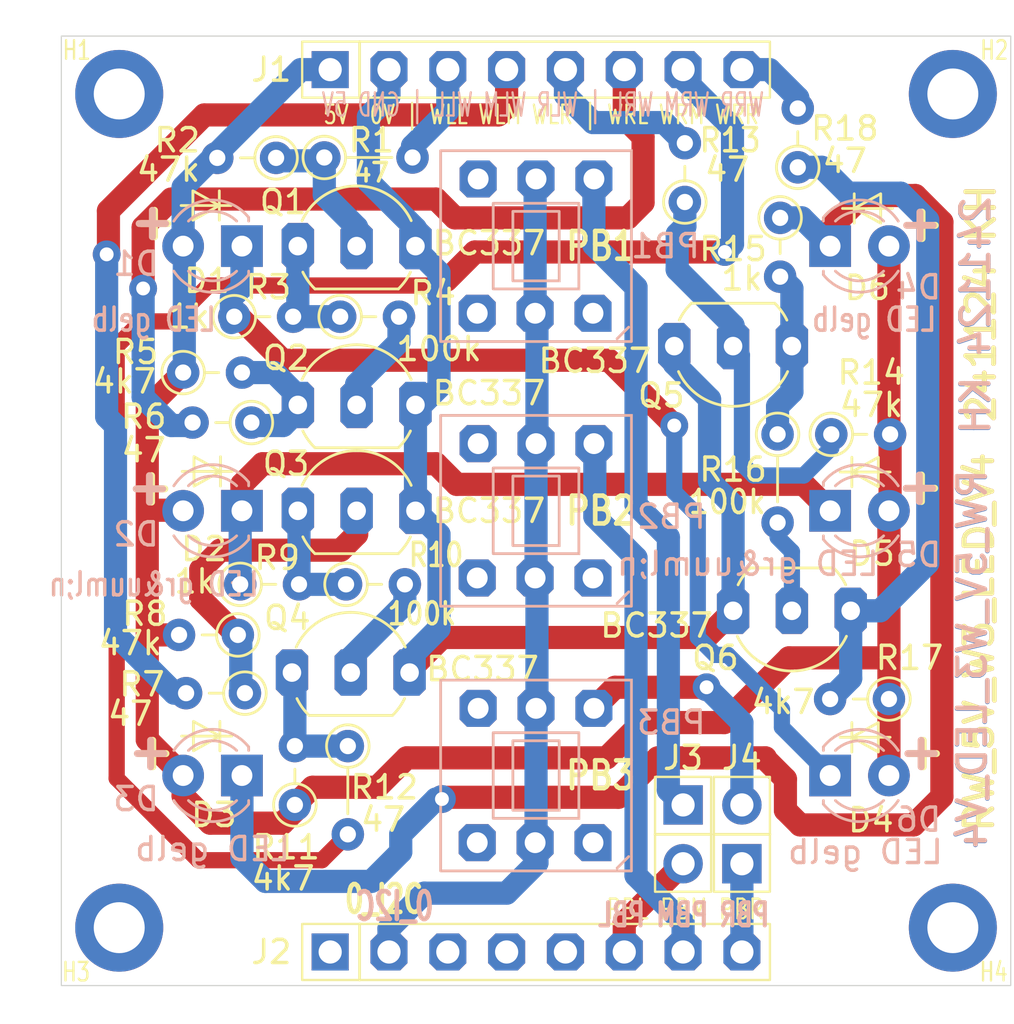
<source format=kicad_pcb>
(kicad_pcb (version 20240108) (generator "pcbnew") (generator_version "8.0")
  (layers (0 "F.Cu" signal) (31 "B.Cu" signal) (34 "B.Paste" user) (35 "F.Paste" user) (36 "B.SilkS" user "B.Silkscreen") (37 "F.SilkS" user "F.Silkscreen") (38 "B.Mask" user) (39 "F.Mask" user) (44 "Edge.Cuts" user))
  (net 0 "")
  (net 1 "Net-(D1-K)")
  (net 2 "/+5V")
  (net 3 "Net-(D2-K)")
  (net 4 "Net-(D3-K)")
  (net 5 "/WLL")
  (net 6 "/WRMi")
  (net 7 "/WLR")
  (net 8 "/WLM")
  (net 9 "/0V")
  (net 10 "/WRRi")
  (net 11 "/WRLi")
  (net 14 "/PBM")
  (net 17 "/0_I2C")
  (net 18 "/PBR")
  (net 19 "/PBL")
  (net 20 "/SW1")
  (net 21 "/SW3")
  (net 22 "Net-(Q1-B)")
  (net 23 "Net-(Q1-C)")
  (net 24 "Net-(Q2-B)")
  (net 25 "Net-(Q2-C)")
  (net 26 "Net-(Q3-C)")
  (net 27 "Net-(Q3-B)")
  (net 28 "Net-(Q4-C)")
  (net 29 "Net-(Q4-B)")
  (net 30 "Net-(Q5-C)")
  (net 31 "Net-(Q5-B)")
  (net 32 "Net-(Q6-B)")
  (net 33 "Net-(Q6-C)")
  (footprint "_kh_library:MountingHole_2.2mm_M2_Pad_TopBottom_kh" (layer "F.Cu") (at 34.07 26.45)
    (property "Reference" "H1")
    (property "Value" "MountingHole" (hide yes))
  )
  (footprint "Resistor_THT:R_Axial_DIN0204_L3.6mm_D1.6mm_P2.54mm_Vertical" (layer "F.Cu") (at 36.83 38.481)
    (property "Reference" "R5")
    (property "Value" "4k7")
  )
  (footprint "_kh_library:R_Axial_DIN0204_L3.6mm_D1.6mm_P2.54mm_Vertical_kh" (layer "F.Cu") (at 43.865 47.625)
    (property "Reference" "R10")
    (property "Value" "100k")
  )
  (footprint "_kh_library:MountingHole_2.2mm_M2_Pad_TopBottom_kh" (layer "F.Cu") (at 34.07 62.45)
    (property "Reference" "H3")
    (property "Value" "MountingHole")
  )
  (footprint "_kh_library:R_Axial_DIN0204_L3.6mm_D1.6mm_P3.81mm_Vertical_kh" (layer "F.Cu") (at 62.501 41.148 -90)
    (property "Reference" "R16")
    (property "Value" "100k")
  )
  (footprint "Resistor_THT:R_Axial_DIN0204_L3.6mm_D1.6mm_P2.54mm_Vertical" (layer "F.Cu") (at 62.611 31.8 -90)
    (property "Reference" "R15")
    (property "Value" "1k")
  )
  (footprint "_kh_library:PinSocket_1x02_P2.54mm_Vertical_kh" (layer "F.Cu") (at 60.96 59.69 180)
    (property "Reference" "J4")
    (property "Value" "Jumper_2")
  )
  (footprint "_kh_library:R_Axial_DIN0204_L3.6mm_D1.6mm_P3.81mm_Vertical_kh" (layer "F.Cu") (at 43.942 54.61 -90)
    (property "Reference" "R12")
    (property "Value" "47")
  )
  (footprint "Resistor_THT:R_Axial_DIN0204_L3.6mm_D1.6mm_P2.54mm_Vertical" (layer "F.Cu") (at 43.611 36.068)
    (property "Reference" "R4")
    (property "Value" "100k")
  )
  (footprint "Resistor_THT:R_Axial_DIN0204_L3.6mm_D1.6mm_P2.54mm_Vertical" (layer "F.Cu") (at 39.039 36.068)
    (property "Reference" "R3")
    (property "Value" "1k")
  )
  (footprint "_kh_library:TO-92_Inline_Wide_custom" (layer "F.Cu") (at 41.783 39.878)
    (property "Reference" "Q2")
    (property "Value" "BC337")
  )
  (footprint "_kh_library:PinSocket_1x02_P2.54mm_Vertical_kh" (layer "F.Cu") (at 58.42 57.15)
    (property "Reference" "J3")
    (property "Value" "Jumper_2")
  )
  (footprint "Resistor_THT:R_Axial_DIN0204_L3.6mm_D1.6mm_P2.54mm_Vertical" (layer "F.Cu") (at 41.656 57.15 90)
    (property "Reference" "R11")
    (property "Value" "4k7")
  )
  (footprint "Resistor_THT:R_Axial_DIN0204_L3.6mm_D1.6mm_P2.54mm_Vertical" (layer "F.Cu") (at 40.844 29.21 180)
    (property "Reference" "R2")
    (property "Value" "47k")
  )
  (footprint "_kh_library:MountingHole_2.2mm_M2_Pad_TopBottom_kh" (layer "F.Cu") (at 70.07 62.45)
    (property "Reference" "H4")
    (property "Value" "MountingHole")
  )
  (footprint "Resistor_THT:R_Axial_DIN0204_L3.6mm_D1.6mm_P2.54mm_Vertical" (layer "F.Cu") (at 63.373 29.6172 90)
    (property "Reference" "R18")
    (property "Value" "47")
  )
  (footprint "Resistor_THT:R_Axial_DIN0204_L3.6mm_D1.6mm_P2.54mm_Vertical" (layer "F.Cu") (at 39.293 47.625)
    (property "Reference" "R9")
    (property "Value" "1k")
  )
  (footprint "_kh_library:TO-92_Inline_Wide_custom" (layer "F.Cu") (at 63.119 37.338 180)
    (property "Reference" "Q5")
    (property "Value" "BC337")
  )
  (footprint "Resistor_THT:R_Axial_DIN0204_L3.6mm_D1.6mm_P2.54mm_Vertical" (layer "F.Cu") (at 58.4962 31.1158 90)
    (property "Reference" "R13")
    (property "Value" "47")
  )
  (footprint "Resistor_THT:R_Axial_DIN0204_L3.6mm_D1.6mm_P2.54mm_Vertical" (layer "F.Cu") (at 39.193 49.8094 180)
    (property "Reference" "R8")
    (property "Value" "47k")
  )
  (footprint "_kh_library:TO-92_Inline_Wide_custom" (layer "F.Cu") (at 65.659 48.768 180)
    (property "Reference" "Q6")
    (property "Value" "BC337")
  )
  (footprint "Resistor_THT:R_Axial_DIN0204_L3.6mm_D1.6mm_P2.54mm_Vertical" (layer "F.Cu") (at 39.7772 40.64 180)
    (property "Reference" "R6")
    (property "Value" "47")
  )
  (footprint "_kh_library:PinSocket_1x08_P2.54mm_Vertical_11mm_kh" (layer "F.Cu") (at 43.18 25.4 90)
    (property "Reference" "J1")
    (property "Value" "Conn_01x08_Pin")
  )
  (footprint "_kh_library:R_Axial_DIN0204_L3.6mm_D1.6mm_P3.81mm_Vertical_kh" (layer "F.Cu") (at 42.926 29.193)
    (property "Reference" "R1")
    (property "Value" "47")
  )
  (footprint "_kh_library:TO-92_Inline_Wide_custom" (layer "F.Cu") (at 41.529 51.435)
    (property "Reference" "Q4")
    (property "Value" "BC337")
  )
  (footprint "_kh_library:TO-92_Inline_Wide_custom" (layer "F.Cu") (at 41.783 33.02)
    (property "Reference" "Q1")
    (property "Value" "BC337")
  )
  (footprint "_kh_library:R_Axial_DIN0204_L3.6mm_D1.6mm_P2.54mm_Vertical_kh" (layer "F.Cu") (at 39.4978 52.324 180)
    (property "Reference" "R7")
    (property "Value" "47")
  )
  (footprint "_kh_library:MountingHole_2.2mm_M2_Pad_TopBottom_kh" (layer "F.Cu") (at 70.07 26.45)
    (property "Reference" "H2")
    (property "Value" "MountingHole")
  )
  (footprint "_kh_library:PinSocket_1x08_P2.54mm_Vertical_11mm_kh" (layer "F.Cu") (at 43.18 63.5 90)
    (property "Reference" "J2")
    (property "Value" "Conn_01x08_Pin")
  )
  (footprint "_kh_library:TO-92_Inline_Wide_custom" (layer "F.Cu") (at 41.783 44.45)
    (property "Reference" "Q3")
    (property "Value" "BC337")
  )
  (footprint "Resistor_THT:R_Axial_DIN0204_L3.6mm_D1.6mm_P2.54mm_Vertical" (layer "F.Cu") (at 64.82 41.148)
    (property "Reference" "R14")
    (property "Value" "47k")
  )
  (footprint "Resistor_THT:R_Axial_DIN0204_L3.6mm_D1.6mm_P2.54mm_Vertical" (layer "F.Cu") (at 67.31 52.578 180)
    (property "Reference" "R17")
    (property "Value" "4k7")
  )
  (footprint "LED_THT:LED_D3.0mm" (layer "B.Cu") (at 39.37 33.02 180)
    (property "Reference" "D1")
    (property "Value" "LED gelb")
  )
  (footprint "_kh_library:SW_Push_DPDT_8x8" (layer "B.Cu") (at 54.57 47.35 180)
    (property "Reference" "PB2")
    (property "Value" "SW_Push_DPDT_8x8")
  )
  (footprint "_kh_library:SW_Push_DPDT_8x8" (layer "B.Cu") (at 54.57 58.78 180)
    (property "Reference" "PB3")
    (property "Value" "SW_Push_DPDT_8x8")
  )
  (footprint "LED_THT:LED_D3.0mm" (layer "B.Cu") (at 39.37 44.45 180)
    (property "Reference" "D2")
    (property "Value" "LED gr&uuml;n")
  )
  (footprint "LED_THT:LED_D3.0mm" (layer "B.Cu") (at 64.77 33.02)
    (property "Reference" "D4")
    (property "Value" "LED gelb")
  )
  (footprint "_kh_library:SW_Push_DPDT_8x8" (layer "B.Cu") (at 54.57 35.92 180)
    (property "Reference" "PB1")
    (property "Value" "SW_Push_DPDT_8x8")
  )
  (footprint "LED_THT:LED_D3.0mm" (layer "B.Cu") (at 64.77 55.88)
    (property "Reference" "D6")
    (property "Value" "LED gelb")
  )
  (footprint "LED_THT:LED_D3.0mm" (layer "B.Cu") (at 39.37 55.88 180)
    (property "Reference" "D3")
    (property "Value" "LED gelb")
  )
  (footprint "LED_THT:LED_D3.0mm" (layer "B.Cu") (at 64.77 44.45)
    (property "Reference" "D5")
    (property "Value" "LED gr&uuml;n")
  )
  (gr_poly (pts (xy 65.7098 54.229) (xy 66.8528 54.864) (xy 66.8528 53.594)) (stroke (width 0.12)) (fill none) (layer "F.SilkS"))
  (gr_line (start 36.7919 42.7482) (end 38.9509 42.7482) (stroke (width 0.12)) (layer "F.SilkS"))
  (gr_line (start 65.8114 32.0294) (end 65.8114 30.7594) (stroke (width 0.12)) (layer "F.SilkS"))
  (gr_line (start 38.4429 42.1132) (end 38.4429 43.3832) (stroke (width 0.12)) (layer "F.SilkS"))
  (gr_line (start 36.7665 54.1782) (end 38.9255 54.1782) (stroke (width 0.12)) (layer "F.SilkS"))
  (gr_line (start 67.3608 54.229) (end 65.2018 54.229) (stroke (width 0.12)) (layer "F.SilkS"))
  (gr_poly (pts (xy 38.4175 54.1782) (xy 37.2745 53.5432) (xy 37.2745 54.8132)) (stroke (width 0.12)) (fill none) (layer "F.SilkS"))
  (gr_line (start 38.4175 53.5432) (end 38.4175 54.8132) (stroke (width 0.12)) (layer "F.SilkS"))
  (gr_line (start 65.7098 54.864) (end 65.7098 53.594) (stroke (width 0.12)) (layer "F.SilkS"))
  (gr_line (start 65.7098 43.4086) (end 65.7098 42.1386) (stroke (width 0.12)) (layer "F.SilkS"))
  (gr_line (start 67.3608 42.7736) (end 65.2018 42.7736) (stroke (width 0.12)) (layer "F.SilkS"))
  (gr_poly (pts (xy 65.8114 31.3944) (xy 66.9544 32.0294) (xy 66.9544 30.7594)) (stroke (width 0.12)) (fill none) (layer "F.SilkS"))
  (gr_poly (pts (xy 38.4429 42.7482) (xy 37.2999 42.1132) (xy 37.2999 43.3832)) (stroke (width 0.12)) (fill none) (layer "F.SilkS"))
  (gr_line (start 36.7411 31.2674) (end 38.9001 31.2674) (stroke (width 0.12)) (layer "F.SilkS"))
  (gr_line (start 38.3921 30.6324) (end 38.3921 31.9024) (stroke (width 0.12)) (layer "F.SilkS"))
  (gr_line (start 67.4624 31.3944) (end 65.3034 31.3944) (stroke (width 0.12)) (layer "F.SilkS"))
  (gr_poly (pts (xy 65.7098 42.7736) (xy 66.8528 43.4086) (xy 66.8528 42.1386)) (stroke (width 0.12)) (fill none) (layer "F.SilkS"))
  (gr_poly (pts (xy 38.3921 31.2674) (xy 37.2491 30.6324) (xy 37.2491 31.9024)) (stroke (width 0.12)) (fill none) (layer "F.SilkS"))
  (gr_rect (start 31.57 23.95) (end 72.57 64.95) (stroke (width 0.05)) (fill none) (layer "Edge.Cuts"))
  (gr_text "RW_5V_W3_LED_V4" (at 71.9074 58.42 90) (layer "F.Cu") (effects (font (size 1.2 1.2) (thickness 0.2) (bold yes)) (justify left bottom)))
  (gr_text "241124 KH" (at 71.9836 40.7416 90) (layer "F.Cu") (effects (font (size 1.2 1.2) (thickness 0.2) (bold yes)) (justify left bottom)))
  (gr_text "RW_5V_W3_LED_V4" (at 71.6026 42.5704 90) (layer "B.Cu") (effects (font (size 1.2 1.2) (thickness 0.2) (bold yes)) (justify left bottom mirror)))
  (gr_text "241124 KH" (at 71.755 30.7848 90) (layer "B.Cu") (effects (font (size 1.2 1.2) (thickness 0.2) (bold yes)) (justify left bottom mirror)))
  (gr_text "+" (at 69.7738 32.893 0) (layer "B.SilkS") (effects (font (size 1.5 1.5) (thickness 0.3) (bold yes)) (justify left bottom mirror)))
  (gr_text "LED gelb" (at 38.1 59.055 0) (layer "B.SilkS") (effects (font (size 1 1)) (justify mirror)))
  (gr_text "+" (at 36.4998 44.2722 0) (layer "B.SilkS") (effects (font (size 1.5 1.5) (thickness 0.3) (bold yes)) (justify left bottom mirror)))
  (gr_text "+" (at 69.7484 44.2468 0) (layer "B.SilkS") (effects (font (size 1.5 1.5) (thickness 0.3) (bold yes)) (justify left bottom mirror)))
  (gr_text "LED gr&uuml;n" (at 35.56 47.625 0) (layer "B.SilkS") (effects (font (size 1 0.8)) (justify mirror)))
  (gr_text "+" (at 36.6268 32.8168 0) (layer "B.SilkS") (effects (font (size 1.5 1.5) (thickness 0.3) (bold yes)) (justify left bottom mirror)))
  (gr_text "LED gelb" (at 66.294 59.182 0) (layer "B.SilkS") (effects (font (size 1 1)) (justify mirror)))
  (gr_text "LED gelb" (at 35.56 36.195 0) (layer "B.SilkS") (effects (font (size 1 0.8)) (justify mirror)))
  (gr_text "+" (at 36.5506 55.7022 0) (layer "B.SilkS") (effects (font (size 1.5 1.5) (thickness 0.3) (bold yes)) (justify left bottom mirror)))
  (gr_text "0_I2C" (at 47.752 62.23 0) (layer "B.SilkS") (effects (font (size 1.2 0.8) (thickness 0.2) (bold yes)) (justify left bottom mirror)))
  (gr_text "241124 KH" (at 71.755 30.7594 90) (layer "B.SilkS") (effects (font (size 1.2 1.2) (thickness 0.2) (bold yes)) (justify left bottom mirror)))
  (gr_text "LED gr&uuml;n" (at 61.214 46.736 0) (layer "B.SilkS") (effects (font (size 1 1)) (justify mirror)))
  (gr_text "PBR PBM PBL" (at 62.23 62.484 0) (layer "B.SilkS") (effects (font (size 1 0.7) (thickness 0.2) (bold yes)) (justify left bottom mirror)))
  (gr_text "+" (at 69.8246 55.7022 0) (layer "B.SilkS") (effects (font (size 1.5 1.5) (thickness 0.3) (bold yes)) (justify left bottom mirror)))
  (gr_text "LED gelb" (at 66.675 36.195 0) (layer "B.SilkS") (effects (font (size 1 0.8)) (justify mirror)))
  (gr_text "RW_5V_W3_LED_V4" (at 71.6026 42.545 90) (layer "B.SilkS") (effects (font (size 1.2 1.2) (thickness 0.2) (bold yes)) (justify left bottom mirror)))
  (gr_text "WRR WRM WRL | WLR WLM WLL | GND 5V" (at 61.976 27.5082 0) (layer "B.SilkS") (effects (font (size 1 0.6) (thickness 0.1)) (justify left bottom mirror)))
  (gr_text "4k7" (at 41.148 60.325 0) (layer "F.SilkS") (effects (font (size 1 1))))
  (gr_text "RW_5V_W3_LED_V4" (at 71.9074 58.42 90) (layer "F.SilkS") (effects (font (size 1.2 1.2) (thickness 0.2) (bold yes)) (justify left bottom)))
  (gr_text "+" (at 34.3916 55.7022 0) (layer "F.SilkS") (effects (font (size 1.5 1.5) (thickness 0.3) (bold yes)) (justify left bottom)))
  (gr_text "47" (at 60.325 29.718 0) (layer "F.SilkS") (effects (font (size 1 1))))
  (gr_text "BC337" (at 49.7586 51.2826 0) (layer "F.SilkS") (effects (font (size 1 1))))
  (gr_text "+" (at 67.6656 55.7022 0) (layer "F.SilkS") (effects (font (size 1.5 1.5) (thickness 0.3) (bold yes)) (justify left bottom)))
  (gr_text "1k" (at 37.338 47.498 0) (layer "F.SilkS") (effects (font (size 1 1))))
  (gr_text "D5" (at 65.5066 46.8884 0) (layer "F.SilkS") (effects (font (size 1 1)) (justify left bottom)))
  (gr_text "47" (at 34.544 53.213 0) (layer "F.SilkS") (effects (font (size 1 1))))
  (gr_text "1k" (at 37.084 36.068 0) (layer "F.SilkS") (effects (font (size 1 1))))
  (gr_text "100k" (at 60.325 44.069 0) (layer "F.SilkS") (effects (font (size 1 0.9))))
  (gr_text "+" (at 67.5894 44.2468 0) (layer "F.SilkS") (effects (font (size 1.5 1.5) (thickness 0.3) (bold yes)) (justify left bottom)))
  (gr_text "PB3" (at 54.864 55.88 0) (layer "F.SilkS") (effects (font (size 1.2 1) (thickness 0.2) (bold yes))))
  (gr_text "D4" (at 65.4558 58.3946 0) (layer "F.SilkS") (effects (font (size 1 1)) (justify left bottom)))
  (gr_text "D3" (at 37.084 58.166 0) (layer "F.SilkS") (effects (font (size 1 1)) (justify left bottom)))
  (gr_text "5V  0V | WLL WLM WLR | WRL WRM WRR" (at 42.8244 27.813 0) (layer "F.SilkS") (effects (font (size 0.8 0.6) (thickness 0.1)) (justify left bottom)))
  (gr_text "4k7" (at 62.738 52.705 0) (layer "F.SilkS") (effects (font (size 1 1))))
  (gr_text "BC337" (at 54.61 37.973 0) (layer "F.SilkS") (effects (font (size 1 1))))
  (gr_text "47k" (at 36.195 29.718 0) (layer "F.SilkS") (effects (font (size 1 1))))
  (gr_text "D2" (at 36.6522 46.6852 0) (layer "F.SilkS") (effects (font (size 1 1)) (justify left bottom)))
  (gr_text "1k" (at 60.96 34.417 0) (layer "F.SilkS") (effects (font (size 1 1))))
  (gr_text "47k" (at 66.548 39.878 0) (layer "F.SilkS") (effects (font (size 1 1))))
  (gr_text "4k7" (at 34.29 38.862 0) (layer "F.SilkS") (effects (font (size 1 1))))
  (gr_text "100k" (at 47.879 37.465 0) (layer "F.SilkS") (effects (font (size 1 1))))
  (gr_text "BC337" (at 50.038 32.893 0) (layer "F.SilkS") (effects (font (size 1 1))))
  (gr_text "47" (at 35.1282 41.8338 0) (layer "F.SilkS") (effects (font (size 1 1))))
  (gr_text "+" (at 67.6148 32.893 0) (layer "F.SilkS") (effects (font (size 1.5 1.5) (thickness 0.3) (bold yes)) (justify left bottom)))
  (gr_text "241124 KH" (at 71.9836 40.7416 90) (layer "F.SilkS") (effects (font (size 1.2 1.2) (thickness 0.2) (bold yes)) (justify left bottom)))
  (gr_text "0_I2C" (at 43.7134 61.9252 0) (layer "F.SilkS") (effects (font (size 1.2 0.8) (thickness 0.2) (bold yes)) (justify left bottom)))
  (gr_text "47" (at 65.405 29.337 0) (layer "F.SilkS") (effects (font (size 1 1))))
  (gr_text "PB1" (at 54.864 33.02 0) (layer "F.SilkS") (effects (font (size 1.2 1) (thickness 0.2) (bold yes))))
  (gr_text "BC337" (at 57.277 49.403 0) (layer "F.SilkS") (effects (font (size 1 1))))
  (gr_text "47" (at 45.466 57.785 0) (layer "F.SilkS") (effects (font (size 1 1))))
  (gr_text "D6" (at 65.3034 35.4076 0) (layer "F.SilkS") (effects (font (size 1 1)) (justify left bottom)))
  (gr_text "100k" (at 47.1424 48.895 0) (layer "F.SilkS") (effects (font (size 0.95 0.8))))
  (gr_text "PBL PBM PBR" (at 55.0418 62.1538 0) (layer "F.SilkS") (effects (font (size 0.85 0.65) (thickness 0.1)) (justify left bottom)))
  (gr_text "BC337" (at 50.038 39.37 0) (layer "F.SilkS") (effects (font (size 1 1))))
  (gr_text "BC337" (at 50.038 44.45 0) (layer "F.SilkS") (effects (font (size 1 1))))
  (gr_text "+" (at 34.3408 44.2722 0) (layer "F.SilkS") (effects (font (size 1.5 1.5) (thickness 0.3) (bold yes)) (justify left bottom)))
  (gr_text "D1" (at 36.7792 35.1028 0) (layer "F.SilkS") (effects (font (size 1 1)) (justify left bottom)))
  (gr_text "47k" (at 34.544 50.165 0) (layer "F.SilkS") (effects (font (size 1 1))))
  (gr_text "+" (at 34.4678 32.8168 0) (layer "F.SilkS") (effects (font (size 1.5 1.5) (thickness 0.3) (bold yes)) (justify left bottom)))
  (gr_text "47" (at 44.958 29.845 0) (layer "F.SilkS") (effects (font (size 0.8 0.8))))
  (gr_text "PB2" (at 54.864 44.45 0) (layer "F.SilkS") (effects (font (size 1.2 1) (thickness 0.2) (bold yes))))
  (segment (start 39.243 36.068) (end 41.1226 37.9476) (width 1) (layer "F.Cu") (net 1))
  (segment (start 41.1226 37.9476) (end 55.2196 37.9476) (width 1) (layer "F.Cu") (net 1))
  (segment (start 55.2196 37.9476) (end 58.039 40.767) (width 1) (layer "F.Cu") (net 1))
  (via (at 58.039 40.767) (size 1.2) (drill 0.6) (layers "F.Cu" "B.Cu") (net 1))
  (segment (start 39.37 34.798) (end 39.37 33.02) (width 1) (layer "B.Cu") (net 1))
  (segment (start 38.912 36.322) (end 38.912 35.256) (width 1) (layer "B.Cu") (net 1))
  (segment (start 58.039 40.767) (end 58.039 43.6372) (width 0.7) (layer "B.Cu") (net 1))
  (segment (start 62.6872 53.7972) (end 64.77 55.88) (width 0.7) (layer "B.Cu") (net 1))
  (segment (start 60.3504 50.673) (end 62.6872 53.0098) (width 0.7) (layer "B.Cu") (net 1))
  (segment (start 38.912 35.256) (end 39.37 34.798) (width 1) (layer "B.Cu") (net 1))
  (segment (start 62.6872 53.0098) (end 62.6872 53.7972) (width 0.7) (layer "B.Cu") (net 1))
  (segment (start 59.817 50.673) (end 60.3504 50.673) (width 0.7) (layer "B.Cu") (net 1))
  (segment (start 59.055 49.911) (end 59.817 50.673) (width 0.7) (layer "B.Cu") (net 1))
  (segment (start 59.055 44.6532) (end 59.055 49.911) (width 0.7) (layer "B.Cu") (net 1))
  (segment (start 58.039 43.6372) (end 59.055 44.6532) (width 0.7) (layer "B.Cu") (net 1))
  (segment (start 35.2806 44.4246) (end 35.2806 49.8094) (width 1) (layer "F.Cu") (net 2))
  (segment (start 67.31 50.8) (end 67.31 44.45) (width 1) (layer "F.Cu") (net 2))
  (segment (start 67.31 52.578) (end 67.31 50.8) (width 1) (layer "F.Cu") (net 2))
  (segment (start 45.212 56.388) (end 42.418 56.388) (width 1) (layer "F.Cu") (net 2))
  (segment (start 56.642 53.594) (end 55.118 55.118) (width 1) (layer "F.Cu") (net 2))
  (segment (start 62.992 50.8) (end 60.198 53.594) (width 1) (layer "F.Cu") (net 2))
  (segment (start 41.1226 57.9374) (end 37.9984 57.9374) (width 1) (layer "F.Cu") (net 2))
  (segment (start 46.482 55.118) (end 45.212 56.388) (width 1) (layer "F.Cu") (net 2))
  (segment (start 67.31 33.02) (end 67.31 41.098) (width 1) (layer "F.Cu") (net 2))
  (segment (start 37.9984 57.9374) (end 36.83 56.769) (width 1) (layer "F.Cu") (net 2))
  (segment (start 42.418 56.388) (end 41.656 57.15) (width 1) (layer "F.Cu") (net 2))
  (segment (start 35.2806 49.8094) (end 35.2806 54.3306) (width 1) (layer "F.Cu") (net 2))
  (segment (start 41.656 57.404) (end 41.1226 57.9374) (width 1) (layer "F.Cu") (net 2))
  (segment (start 55.118 55.118) (end 46.482 55.118) (width 1) (layer "F.Cu") (net 2))
  (segment (start 67.31 50.8) (end 62.992 50.8) (width 1) (layer "F.Cu") (net 2))
  (segment (start 36.8046 44.4246) (end 35.2806 44.4246) (width 1) (layer "F.Cu") (net 2))
  (segment (start 36.653 49.8094) (end 35.2806 49.8094) (width 1) (layer "F.Cu") (net 2))
  (segment (start 36.83 38.481) (end 35.2806 40.0304) (width 1) (layer "F.Cu") (net 2))
  (segment (start 35.2806 40.0304) (end 35.2806 44.4246) (width 1) (layer "F.Cu") (net 2))
  (segment (start 41.656 57.15) (end 41.656 57.404) (width 1) (layer "F.Cu") (net 2))
  (segment (start 67.36 41.148) (end 67.36 44.4) (width 1) (layer "F.Cu") (net 2))
  (segment (start 35.2806 54.3306) (end 36.83 55.88) (width 1) (layer "F.Cu") (net 2))
  (segment (start 60.198 53.594) (end 56.642 53.594) (width 1) (layer "F.Cu") (net 2))
  (segment (start 36.83 56.769) (end 36.83 55.88) (width 1) (layer "F.Cu") (net 2))
  (segment (start 67.31 55.88) (end 67.31 52.578) (width 1) (layer "F.Cu") (net 2))
  (segment (start 41.91 25.4) (end 36.83 30.48) (width 1) (layer "B.Cu") (net 2))
  (segment (start 43.18 25.4) (end 41.91 25.4) (width 1) (layer "B.Cu") (net 2))
  (segment (start 36.88 38.481) (end 36.88 33.07) (width 1) (layer "B.Cu") (net 2))
  (segment (start 36.83 30.48) (end 36.83 33.02) (width 1) (layer "B.Cu") (net 2))
  (segment (start 39.37 43.307) (end 39.37 44.45) (width 1) (layer "F.Cu") (net 3))
  (segment (start 64.77 44.45) (end 63.627 43.307) (width 1) (layer "F.Cu") (net 3))
  (segment (start 47.752 42.418) (end 40.259 42.418) (width 1) (layer "F.Cu") (net 3))
  (segment (start 48.641 43.307) (end 47.752 42.418) (width 1) (layer "F.Cu") (net 3))
  (segment (start 63.627 43.307) (end 48.641 43.307) (width 1) (layer "F.Cu") (net 3))
  (segment (start 40.259 42.418) (end 39.37 43.307) (width 1) (layer "F.Cu") (net 3))
  (segment (start 39.293 47.625) (end 39.293 44.527) (width 1) (layer "B.Cu") (net 3))
  (segment (start 64.77 33.02) (end 64.77 32.258) (width 1) (layer "F.Cu") (net 4))
  (segment (start 55.626 56.8198) (end 48.0822 56.8198) (width 1) (layer "F.Cu") (net 4))
  (segment (start 68.453 30.8356) (end 69.596 31.9786) (width 1) (layer "F.Cu") (net 4))
  (segment (start 63.4746 58.0136) (end 62.8396 57.3786) (width 1) (layer "F.Cu") (net 4))
  (segment (start 69.596 56.7944) (end 68.3768 58.0136) (width 1) (layer "F.Cu") (net 4))
  (segment (start 57.3278 55.118) (end 55.626 56.8198) (width 1) (layer "F.Cu") (net 4))
  (segment (start 69.596 31.9786) (end 69.596 56.7944) (width 1) (layer "F.Cu") (net 4))
  (segment (start 66.1924 30.8356) (end 68.453 30.8356) (width 1) (layer "F.Cu") (net 4))
  (segment (start 64.77 32.258) (end 66.1924 30.8356) (width 1) (layer "F.Cu") (net 4))
  (segment (start 48.0822 56.8198) (end 48.006 56.896) (width 1) (layer "F.Cu") (net 4))
  (segment (start 61.976 55.118) (end 57.3278 55.118) (width 1) (layer "F.Cu") (net 4))
  (segment (start 62.8396 56.0324) (end 61.976 55.1688) (width 1) (layer "F.Cu") (net 4))
  (segment (start 61.976 55.1688) (end 61.976 55.118) (width 1) (layer "F.Cu") (net 4))
  (segment (start 62.8396 57.3786) (end 62.8396 56.0324) (width 1) (layer "F.Cu") (net 4))
  (segment (start 68.3768 58.0136) (end 63.4746 58.0136) (width 1) (layer "F.Cu") (net 4))
  (via (at 48.006 56.896) (size 1.2) (drill 0.6) (layers "F.Cu" "B.Cu") (net 4))
  (segment (start 48.006 56.896) (end 47.752 56.896) (width 1) (layer "B.Cu") (net 4))
  (segment (start 63.55 31.8) (end 64.77 33.02) (width 1) (layer "B.Cu") (net 4))
  (segment (start 46.228 58.42) (end 46.228 59.182) (width 1) (layer "B.Cu") (net 4))
  (segment (start 47.752 56.896) (end 46.228 58.42) (width 1) (layer "B.Cu") (net 4))
  (segment (start 44.958 60.452) (end 40.386 60.452) (width 1) (layer "B.Cu") (net 4))
  (segment (start 40.386 60.452) (end 39.37 59.436) (width 1) (layer "B.Cu") (net 4))
  (segment (start 39.37 59.436) (end 39.37 55.88) (width 1) (layer "B.Cu") (net 4))
  (segment (start 62.611 31.8) (end 63.55 31.8) (width 1) (layer "B.Cu") (net 4))
  (segment (start 46.228 59.182) (end 44.958 60.452) (width 1) (layer "B.Cu") (net 4))
  (segment (start 46.736 29.337) (end 46.736 28.702) (width 1) (layer "B.Cu") (net 5))
  (segment (start 46.736 28.702) (end 48.26 27.178) (width 1) (layer "B.Cu") (net 5))
  (segment (start 48.26 27.178) (end 48.26 25.4) (width 1) (layer "B.Cu") (net 5))
  (segment (start 42.8244 59.5376) (end 43.942 58.42) (width 0.7) (layer "F.Cu") (net 6))
  (segment (start 36.4744 36.1696) (end 36.4744 36.2712) (width 0.7) (layer "F.Cu") (net 6))
  (segment (start 37.4904 59.5376) (end 42.8244 59.5376) (width 0.7) (layer "F.Cu") (net 6))
  (segment (start 49.4284 33.274) (end 60.2234 33.274) (width 1) (layer "F.Cu") (net 6))
  (segment (start 48.2092 34.4932) (end 47.9806 34.7218) (width 0.7) (layer "F.Cu") (net 6))
  (segment (start 47.9806 34.7218) (end 37.9222 34.7218) (width 0.7) (layer "F.Cu") (net 6))
  (segment (start 49.4284 33.274) (end 48.2092 34.4932) (width 1) (layer "F.Cu") (net 6))
  (segment (start 35.0266 36.2712) (end 33.9598 37.338) (width 0.7) (layer "F.Cu") (net 6))
  (segment (start 37.9222 34.7218) (end 36.4744 36.1696) (width 0.7) (layer "F.Cu") (net 6))
  (segment (start 36.4744 36.2712) (end 35.0266 36.2712) (width 0.7) (layer "F.Cu") (net 6))
  (segment (start 33.9598 37.338) (end 33.9598 56.007) (width 0.7) (layer "F.Cu") (net 6))
  (segment (start 33.9598 56.007) (end 37.4904 59.5376) (width 0.7) (layer "F.Cu") (net 6))
  (via (at 60.2234 33.274) (size 1.2) (drill 0.6) (layers "F.Cu" "B.Cu") (net 6))
  (segment (start 60.5536 27.9146) (end 60.5536 32.9438) (width 1) (layer "B.Cu") (net 6))
  (segment (start 60.2234 33.274) (end 60.325 33.1724) (width 0.7) (layer "B.Cu") (net 6))
  (segment (start 58.42 25.781) (end 60.5536 27.9146) (width 1) (layer "B.Cu") (net 6))
  (segment (start 60.5536 32.9438) (end 60.2234 33.274) (width 1) (layer "B.Cu") (net 6))
  (segment (start 58.42 25.4) (end 58.42 25.781) (width 1) (layer "B.Cu") (net 6))
  (segment (start 53.34 25.4) (end 53.34 26.4922) (width 1) (layer "B.Cu") (net 7))
  (segment (start 53.34 26.4922) (end 54.5338 27.686) (width 1) (layer "B.Cu") (net 7))
  (segment (start 54.5338 27.686) (end 57.6064 27.686) (width 1) (layer "B.Cu") (net 7))
  (segment (start 57.6064 27.686) (end 58.4962 28.5758) (width 1) (layer "B.Cu") (net 7))
  (segment (start 33.528 33.3756) (end 33.6042 33.2994) (width 0.7) (layer "F.Cu") (net 8))
  (segment (start 33.6042 31.496) (end 37.7444 27.3558) (width 1) (layer "F.Cu") (net 8))
  (segment (start 37.7444 27.3558) (end 50.4444 27.3558) (width 1) (layer "F.Cu") (net 8))
  (segment (start 50.8 27.0002) (end 50.8 25.4) (width 1) (layer "F.Cu") (net 8))
  (segment (start 50.4444 27.3558) (end 50.8 27.0002) (width 1) (layer "F.Cu") (net 8))
  (segment (start 33.6042 33.2994) (end 33.6042 31.496) (width 1) (layer "F.Cu") (net 8))
  (via (at 33.528 33.3756) (size 1.2) (drill 0.6) (layers "F.Cu" "B.Cu") (net 8))
  (segment (start 33.909 40.767) (end 33.528 40.386) (width 1) (layer "B.Cu") (net 8))
  (segment (start 36.449 52.324) (end 33.909 49.784) (width 1) (layer "B.Cu") (net 8))
  (segment (start 33.909 49.784) (end 33.909 40.767) (width 1) (layer "B.Cu") (net 8))
  (segment (start 33.528 40.386) (end 33.528 33.3756) (width 1) (layer "B.Cu") (net 8))
  (segment (start 36.78 52.324) (end 36.449 52.324) (width 1) (layer "B.Cu") (net 8))
  (segment (start 48.02 49.92) (end 59.427 49.92) (width 1) (layer "F.Cu") (net 9))
  (segment (start 46.609 51.331) (end 48.02 49.92) (width 1) (layer "F.Cu") (net 9))
  (segment (start 59.427 49.92) (end 60.579 48.768) (width 1) (layer "F.Cu") (net 9))
  (segment (start 60.579 44.196) (end 59.563 43.18) (width 1) (layer "B.Cu") (net 9))
  (segment (start 59.563 43.18) (end 59.563 39.624) (width 1) (layer "B.Cu") (net 9))
  (segment (start 59.563 39.624) (end 58.039 38.1) (width 1) (layer "B.Cu") (net 9))
  (segment (start 44.831 27.432) (end 44.831 30.226) (width 1) (layer "B.Cu") (net 9))
  (segment (start 44.831 30.226) (end 46.863 32.258) (width 1) (layer "B.Cu") (net 9))
  (segment (start 60.579 48.768) (end 60.579 44.196) (width 1) (layer "B.Cu") (net 9))
  (segment (start 46.609 50.8) (end 47.879 49.53) (width 1) (layer "B.Cu") (net 9))
  (segment (start 47.879 34.163) (end 46.863 33.147) (width 1) (layer "B.Cu") (net 9))
  (segment (start 46.863 40.132) (end 47.879 39.116) (width 1) (layer "B.Cu") (net 9))
  (segment (start 45.72 25.4) (end 45.72 26.543) (width 1) (layer "B.Cu") (net 9))
  (segment (start 47.879 45.466) (end 46.863 44.45) (width 1) (layer "B.Cu") (net 9))
  (segment (start 46.609 51.435) (end 46.609 50.8) (width 1) (layer "B.Cu") (net 9))
  (segment (start 46.863 32.258) (end 46.863 33.147) (width 1) (layer "B.Cu") (net 9))
  (segment (start 58.039 38.1) (end 58.039 37.338) (width 1) (layer "B.Cu") (net 9))
  (segment (start 47.879 49.53) (end 47.879 45.466) (width 1) (layer "B.Cu") (net 9))
  (segment (start 45.72 26.543) (end 44.831 27.432) (width 1) (layer "B.Cu") (net 9))
  (segment (start 47.879 39.116) (end 47.879 34.163) (width 1) (layer "B.Cu") (net 9))
  (segment (start 46.863 39.878) (end 46.863 44.45) (width 1) (layer "B.Cu") (net 9))
  (segment (start 62.1538 25.4) (end 60.96 25.4) (width 1) (layer "B.Cu") (net 10))
  (segment (start 63.373 26.6192) (end 62.1538 25.4) (width 1) (layer "B.Cu") (net 10))
  (segment (start 63.373 27.0772) (end 63.373 26.6192) (width 1) (layer "B.Cu") (net 10))
  (segment (start 48.5648 31.8008) (end 56.0324 31.8008) (width 1) (layer "F.Cu") (net 11))
  (segment (start 47.752 30.988) (end 48.5648 31.8008) (width 1) (layer "F.Cu") (net 11))
  (segment (start 35.1028 32.2072) (end 36.322 30.988) (width 1) (layer "F.Cu") (net 11))
  (segment (start 36.322 30.988) (end 47.752 30.988) (width 1) (layer "F.Cu") (net 11))
  (segment (start 35.1028 34.8488) (end 35.1028 32.2072) (width 1) (layer "F.Cu") (net 11))
  (segment (start 56.6928 28.2956) (end 55.88 27.4828) (width 1) (layer "F.Cu") (net 11))
  (segment (start 56.6928 31.1404) (end 56.6928 28.2956) (width 1) (layer "F.Cu") (net 11))
  (segment (start 56.0324 31.8008) (end 56.6928 31.1404) (width 1) (layer "F.Cu") (net 11))
  (segment (start 55.88 27.4828) (end 55.88 25.4) (width 1) (layer "F.Cu") (net 11))
  (via (at 35.1028 34.8488) (size 1.2) (drill 0.6) (layers "F.Cu" "B.Cu") (net 11))
  (segment (start 35.1028 34.8488) (end 35.1028 39.5478) (width 1) (layer "B.Cu") (net 11))
  (segment (start 35.1028 39.5478) (end 36.322 40.767) (width 1) (layer "B.Cu") (net 11))
  (segment (start 36.322 40.767) (end 37.161 40.767) (width 1) (layer "B.Cu") (net 11))
  (segment (start 58.42 63.5) (end 58.42 62.23) (width 1) (layer "B.Cu") (net 14))
  (segment (start 58.42 62.23) (end 56.388 60.198) (width 1) (layer "B.Cu") (net 14))
  (segment (start 56.388 60.198) (end 56.388 46.482) (width 1) (layer "B.Cu") (net 14))
  (segment (start 54.61 44.704) (end 54.61 41.59) (width 1) (layer "B.Cu") (net 14))
  (segment (start 56.388 46.482) (end 54.61 44.704) (width 1) (layer "B.Cu") (net 14))
  (segment (start 52.03 35.92) (end 52.03 30.16) (width 1) (layer "B.Cu") (net 17))
  (segment (start 45.72 63.5) (end 45.72 62.484) (width 1) (layer "B.Cu") (net 17))
  (segment (start 52.11 47.35) (end 52.11 52.94) (width 1) (layer "B.Cu") (net 17))
  (segment (start 52.07 41.55) (end 52.07 47.31) (width 1) (layer "B.Cu") (net 17))
  (segment (start 50.8 60.96) (end 52.11 59.65) (width 1) (layer "B.Cu") (net 17))
  (segment (start 45.72 62.484) (end 47.244 60.96) (width 1) (layer "B.Cu") (net 17))
  (segment (start 52.07 58.74) (end 52.07 52.98) (width 1) (layer "B.Cu") (net 17))
  (segment (start 52.11 59.65) (end 52.11 58.78) (width 1) (layer "B.Cu") (net 17))
  (segment (start 47.244 60.96) (end 50.8 60.96) (width 1) (layer "B.Cu") (net 17))
  (segment (start 52.11 35.92) (end 52.11 41.51) (width 1) (layer "B.Cu") (net 17))
  (segment (start 60.96 63.5) (end 60.96 59.69) (width 1) (layer "B.Cu") (net 18))
  (segment (start 55.88 63.5) (end 55.88 62.23) (width 1) (layer "F.Cu") (net 19))
  (segment (start 55.88 62.23) (end 58.42 59.69) (width 1) (layer "F.Cu") (net 19))
  (segment (start 56.388 44.196) (end 57.785 45.593) (width 1) (layer "B.Cu") (net 20))
  (segment (start 56.388 34.798) (end 56.388 44.196) (width 1) (layer "B.Cu") (net 20))
  (segment (start 54.57 32.98) (end 56.388 34.798) (width 1) (layer "B.Cu") (net 20))
  (segment (start 57.785 45.593) (end 57.785 56.515) (width 1) (layer "B.Cu") (net 20))
  (segment (start 57.785 56.515) (end 58.42 57.15) (width 1) (layer "B.Cu") (net 20))
  (segment (start 54.57 30.12) (end 54.57 32.98) (width 1) (layer "B.Cu") (net 20))
  (segment (start 59.436 52.07) (end 55.48 52.07) (width 1) (layer "F.Cu") (net 21))
  (segment (start 55.48 52.07) (end 54.57 52.98) (width 1) (layer "F.Cu") (net 21))
  (via (at 59.436 52.07) (size 1.2) (drill 0.6) (layers "F.Cu" "B.Cu") (net 21))
  (segment (start 60.96 53.594) (end 60.96 57.15) (width 1) (layer "B.Cu") (net 21))
  (segment (start 59.436 52.07) (end 60.96 53.594) (width 1) (layer "B.Cu") (net 21))
  (segment (start 42.926 30.8102) (end 42.926 29.337) (width 1) (layer "B.Cu") (net 22))
  (segment (start 42.926 29.337) (end 40.844 29.337) (width 1) (layer "B.Cu") (net 22))
  (segment (start 44.323 33.147) (end 44.323 32.2072) (width 1) (layer "B.Cu") (net 22))
  (segment (start 44.323 32.2072) (end 42.926 30.8102) (width 1) (layer "B.Cu") (net 22))
  (segment (start 41.579 36.068) (end 43.611 36.068) (width 1) (layer "B.Cu") (net 23))
  (segment (start 41.783 35.864) (end 41.579 36.068) (width 1) (layer "B.Cu") (net 23))
  (segment (start 41.783 33.147) (end 41.783 35.864) (width 1) (layer "B.Cu") (net 23))
  (segment (start 46.151 37.161) (end 46.151 36.322) (width 1) (layer "B.Cu") (net 24))
  (segment (start 44.323 40.132) (end 44.323 38.989) (width 1) (layer "B.Cu") (net 24))
  (segment (start 44.323 38.989) (end 46.151 37.161) (width 1) (layer "B.Cu") (net 24))
  (segment (start 41.148 40.767) (end 41.783 40.132) (width 1) (layer "B.Cu") (net 25))
  (segment (start 41.783 39.497) (end 40.767 38.481) (width 1) (layer "B.Cu") (net 25))
  (segment (start 39.701 40.767) (end 41.148 40.767) (width 1) (layer "B.Cu") (net 25))
  (segment (start 40.767 38.481) (end 39.37 38.481) (width 1) (layer "B.Cu") (net 25))
  (segment (start 41.833 47.625) (end 41.833 44.5) (width 1) (layer "B.Cu") (net 26))
  (segment (start 43.865 47.625) (end 41.833 47.625) (width 1) (layer "B.Cu") (net 26))
  (segment (start 39.37 49.784) (end 38.989 49.784) (width 1) (layer "F.Cu") (net 27))
  (segment (start 37.592 48.26) (end 37.592 46.99) (width 1) (layer "F.Cu") (net 27))
  (segment (start 38.432 46.15) (end 43.639 46.15) (width 1) (layer "F.Cu") (net 27))
  (segment (start 44.323 45.466) (end 44.323 44.45) (width 1) (layer "F.Cu") (net 27))
  (segment (start 38.989 49.657) (end 37.592 48.26) (width 1) (layer "F.Cu") (net 27))
  (segment (start 43.639 46.15) (end 44.323 45.466) (width 1) (layer "F.Cu") (net 27))
  (segment (start 38.989 49.784) (end 38.989 49.657) (width 1) (layer "F.Cu") (net 27))
  (segment (start 37.592 46.99) (end 38.432 46.15) (width 1) (layer "F.Cu") (net 27))
  (segment (start 39.32 52.324) (end 39.32 49.834) (width 1) (layer "B.Cu") (net 27))
  (segment (start 43.942 54.61) (end 41.656 54.61) (width 1) (layer "B.Cu") (net 28))
  (segment (start 41.656 54.61) (end 41.656 51.562) (width 1) (layer "B.Cu") (net 28))
  (segment (start 46.405 47.625) (end 46.405 48.464) (width 1) (layer "B.Cu") (net 29))
  (segment (start 46.405 48.464) (end 44.069 50.8) (width 1) (layer "B.Cu") (net 29))
  (segment (start 44.069 50.8) (end 44.069 51.435) (width 1) (layer "B.Cu") (net 29))
  (segment (start 63.119 37.338) (end 63.119 39.3192) (width 1) (layer "B.Cu") (net 30))
  (segment (start 63.119 39.3192) (end 62.501 39.9372) (width 1) (layer "B.Cu") (net 30))
  (segment (start 63.119 37.338) (end 63.119 34.848) (width 1) (layer "B.Cu") (net 30))
  (segment (start 62.501 39.9372) (end 62.501 41.148) (width 1) (layer "B.Cu") (net 30))
  (segment (start 63.119 34.848) (end 62.611 34.34) (width 1) (layer "B.Cu") (net 30))
  (segment (start 64.82 41.148) (end 64.82 41.733) (width 0.7) (layer "B.Cu") (net 31))
  (segment (start 58.4962 32.1818) (end 58.166 32.512) (width 1) (layer "B.Cu") (net 31))
  (segment (start 58.166 32.512) (end 58.166 34.036) (width 1) (layer "B.Cu") (net 31))
  (segment (start 60.579 36.449) (end 60.579 37.338) (width 1) (layer "B.Cu") (net 31))
  (segment (start 63.627 42.926) (end 61.468 42.926) (width 0.7) (layer "B.Cu") (net 31))
  (segment (start 60.96 42.418) (end 60.96 37.719) (width 0.7) (layer "B.Cu") (net 31))
  (segment (start 58.166 34.036) (end 60.579 36.449) (width 1) (layer "B.Cu") (net 31))
  (segment (start 61.468 42.926) (end 60.96 42.418) (width 0.7) (layer "B.Cu") (net 31))
  (segment (start 64.82 41.733) (end 63.627 42.926) (width 0.7) (layer "B.Cu") (net 31))
  (segment (start 60.96 37.719) (end 60.579 37.338) (width 0.7) (layer "B.Cu") (net 31))
  (segment (start 58.4962 31.1158) (end 58.4962 32.1818) (width 1) (layer "B.Cu") (net 31))
  (segment (start 63.119 46.211) (end 62.501 45.593) (width 0.7) (layer "B.Cu") (net 32))
  (segment (start 63.119 48.768) (end 63.119 46.211) (width 0.7) (layer "B.Cu") (net 32))
  (segment (start 67.818 30.734) (end 65.532 30.734) (width 1) (layer "B.Cu") (net 33))
  (segment (start 65.659 48.768) (end 65.659 51.689) (width 1) (layer "B.Cu") (net 33))
  (segment (start 66.929 48.768) (end 65.659 48.768) (width 1) (layer "B.Cu") (net 33))
  (segment (start 68.9864 31.9024) (end 67.818 30.734) (width 1) (layer "B.Cu") (net 33))
  (segment (start 65.532 30.734) (end 64.4152 29.6172) (width 1) (layer "B.Cu") (net 33))
  (segment (start 65.659 51.689) (end 64.77 52.578) (width 1) (layer "B.Cu") (net 33))
  (segment (start 64.4152 29.6172) (end 63.373 29.6172) (width 1) (layer "B.Cu") (net 33))
  (segment (start 68.9864 46.7106) (end 66.929 48.768) (width 1) (layer "B.Cu") (net 33))
  (segment (start 68.9864 31.9024) (end 68.9864 46.7106) (width 1) (layer "B.Cu") (net 33))
)
</source>
